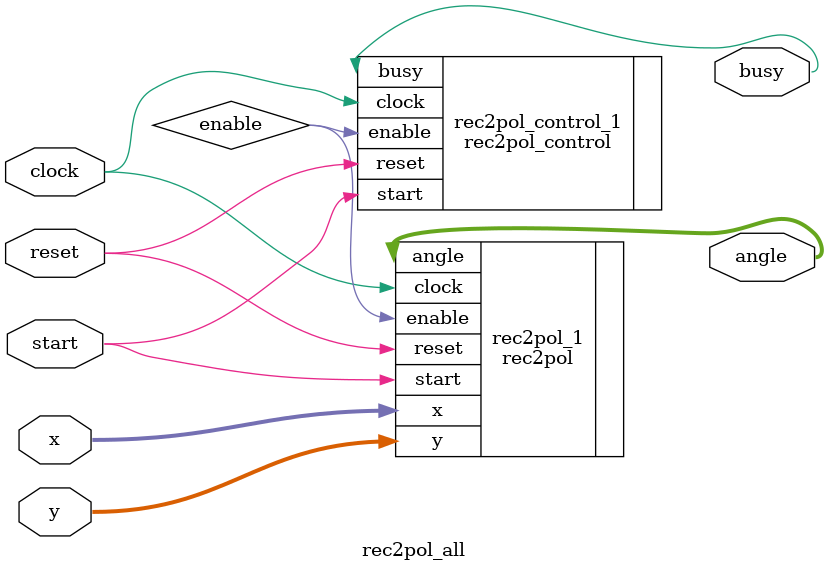
<source format=v>
/*

    Integrated Master in Electrical and Computer Engineering - FEUP
	
	EEC0055 - Digital Systems Design 2019/2020
	
	----------------------------------------------------------------------
	module rec2pol 
	
	Summary
	CORDIC vectoring mode - convert rectangular coords to polar coords
	
	----------------------------------------------------------------------	
	Date created: 1 Nov 2019
	Author: jca@fe.up.pt

	----------------------------------------------------------------------		
	This Verilog code is property of the University of Porto, Portugal
	Its utilization beyond the scope of the course Digital Systems Design
	(Projeto de Sistemas Digitais) of the Integrated Master in Electrical 
	and Computer Engineering requires explicit authorization from the author.

*/

module rec2pol_all( 
                input clock,
				input reset,
				input start,               // set to 1 for one clock to start 
				output busy,
				input  signed [128:0] x,    // X component, 129
				input  signed [128:0] y,    // Y component, 129
				//output signed [128:0] mod,  // Modulus, 16Q16
				output signed [18:0] angle // Angle in degrees, 9Q10 
			  );
			  

// Instantiate the rec2pol module (datapath)
rec2pol rec2pol_1 (
		.clock(clock), 
		.reset(reset), 
		.start(start), 
		.enable(enable),
		.x(x), 
		.y(y), 
		//.mod( mod ), 
		.angle( angle )
	);
	
// Instantiate the controller
rec2pol_control rec2pol_control_1 (
		.clock(clock), 
		.reset(reset), 
		.start(start), 
		.busy(busy),
		.enable(enable)
		);
		
endmodule
</source>
